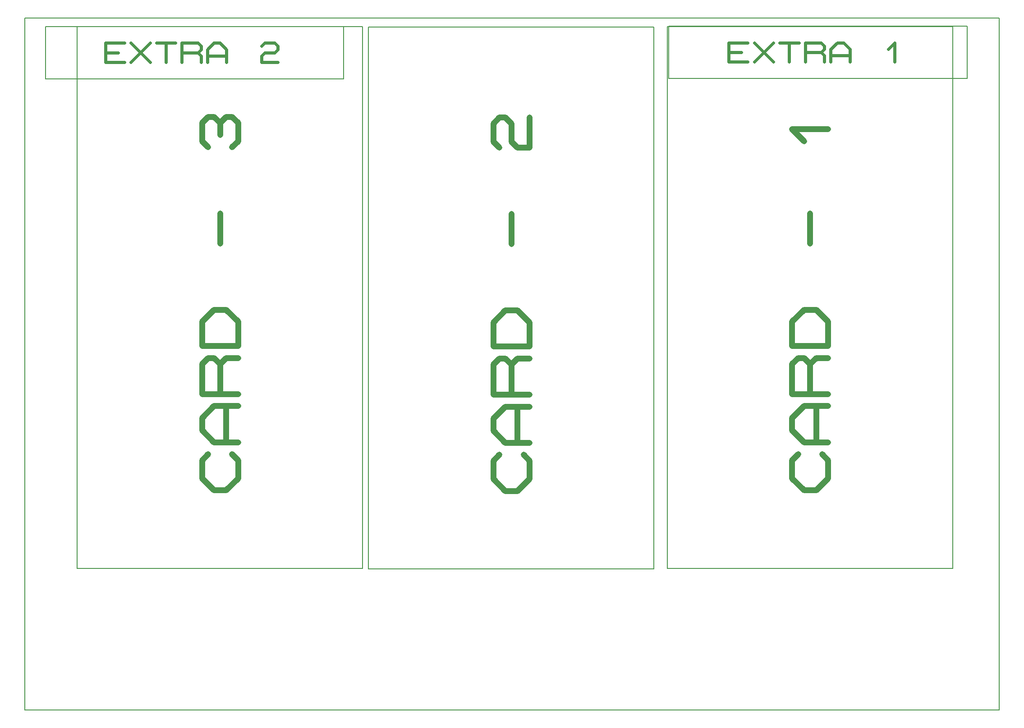
<source format=gbr>
G04 PROTEUS GERBER X2 FILE*
%TF.GenerationSoftware,Labcenter,Proteus,8.6-SP2-Build23525*%
%TF.CreationDate,2019-12-11T18:48:13+00:00*%
%TF.FileFunction,AssemblyDrawing,Top*%
%TF.FilePolarity,Positive*%
%TF.Part,Single*%
%FSLAX45Y45*%
%MOMM*%
G01*
%TA.AperFunction,Material*%
%ADD16C,0.203200*%
%ADD20C,1.131140*%
%TA.AperFunction,Profile*%
%ADD14C,0.203200*%
%TA.AperFunction,Material*%
%ADD18C,0.152400*%
%ADD21C,0.598930*%
%TD.AperFunction*%
D16*
X+2908081Y-3841201D02*
X+8266211Y-3841201D01*
X+8266211Y+6339119D01*
X+2908081Y+6339119D01*
X+2908081Y-3841201D01*
D20*
X+5813376Y-1692018D02*
X+5926490Y-1805133D01*
X+5926490Y-2144476D01*
X+5700261Y-2370705D01*
X+5474032Y-2370705D01*
X+5247803Y-2144476D01*
X+5247803Y-1805133D01*
X+5360917Y-1692018D01*
X+5926490Y-1465789D02*
X+5474032Y-1465789D01*
X+5247803Y-1239560D01*
X+5247803Y-1013331D01*
X+5474032Y-787102D01*
X+5926490Y-787102D01*
X+5700261Y-1465789D02*
X+5700261Y-787102D01*
X+5926490Y-560873D02*
X+5247803Y-560873D01*
X+5247803Y+4699D01*
X+5360917Y+117814D01*
X+5474032Y+117814D01*
X+5587146Y+4699D01*
X+5587146Y-560873D01*
X+5587146Y+4699D02*
X+5700261Y+117814D01*
X+5926490Y+117814D01*
X+5926490Y+344043D02*
X+5247803Y+344043D01*
X+5247803Y+796501D01*
X+5474032Y+1022730D01*
X+5700261Y+1022730D01*
X+5926490Y+796501D01*
X+5926490Y+344043D01*
X+5587146Y+2266989D02*
X+5587146Y+2832562D01*
X+5474032Y+4189936D02*
X+5247803Y+4416165D01*
X+5926490Y+4416165D01*
D16*
X-2701919Y-3851201D02*
X+2656211Y-3851201D01*
X+2656211Y+6329119D01*
X-2701919Y+6329119D01*
X-2701919Y-3851201D01*
D20*
X+203376Y-1702018D02*
X+316490Y-1815133D01*
X+316490Y-2154476D01*
X+90261Y-2380705D01*
X-135968Y-2380705D01*
X-362197Y-2154476D01*
X-362197Y-1815133D01*
X-249083Y-1702018D01*
X+316490Y-1475789D02*
X-135968Y-1475789D01*
X-362197Y-1249560D01*
X-362197Y-1023331D01*
X-135968Y-797102D01*
X+316490Y-797102D01*
X+90261Y-1475789D02*
X+90261Y-797102D01*
X+316490Y-570873D02*
X-362197Y-570873D01*
X-362197Y-5301D01*
X-249083Y+107814D01*
X-135968Y+107814D01*
X-22854Y-5301D01*
X-22854Y-570873D01*
X-22854Y-5301D02*
X+90261Y+107814D01*
X+316490Y+107814D01*
X+316490Y+334043D02*
X-362197Y+334043D01*
X-362197Y+786501D01*
X-135968Y+1012730D01*
X+90261Y+1012730D01*
X+316490Y+786501D01*
X+316490Y+334043D01*
X-22854Y+2256989D02*
X-22854Y+2822562D01*
X-249083Y+4066821D02*
X-362197Y+4179936D01*
X-362197Y+4519279D01*
X-249083Y+4632394D01*
X-135968Y+4632394D01*
X-22854Y+4519279D01*
X-22854Y+4179936D01*
X+90261Y+4066821D01*
X+316490Y+4066821D01*
X+316490Y+4632394D01*
D16*
X-8171919Y-3841201D02*
X-2813789Y-3841201D01*
X-2813789Y+6339119D01*
X-8171919Y+6339119D01*
X-8171919Y-3841201D01*
D20*
X-5266624Y-1692018D02*
X-5153510Y-1805133D01*
X-5153510Y-2144476D01*
X-5379739Y-2370705D01*
X-5605968Y-2370705D01*
X-5832197Y-2144476D01*
X-5832197Y-1805133D01*
X-5719083Y-1692018D01*
X-5153510Y-1465789D02*
X-5605968Y-1465789D01*
X-5832197Y-1239560D01*
X-5832197Y-1013331D01*
X-5605968Y-787102D01*
X-5153510Y-787102D01*
X-5379739Y-1465789D02*
X-5379739Y-787102D01*
X-5153510Y-560873D02*
X-5832197Y-560873D01*
X-5832197Y+4699D01*
X-5719083Y+117814D01*
X-5605968Y+117814D01*
X-5492854Y+4699D01*
X-5492854Y-560873D01*
X-5492854Y+4699D02*
X-5379739Y+117814D01*
X-5153510Y+117814D01*
X-5153510Y+344043D02*
X-5832197Y+344043D01*
X-5832197Y+796501D01*
X-5605968Y+1022730D01*
X-5379739Y+1022730D01*
X-5153510Y+796501D01*
X-5153510Y+344043D01*
X-5492854Y+2266989D02*
X-5492854Y+2832562D01*
X-5719083Y+4076821D02*
X-5832197Y+4189936D01*
X-5832197Y+4529279D01*
X-5719083Y+4642394D01*
X-5605968Y+4642394D01*
X-5492854Y+4529279D01*
X-5379739Y+4642394D01*
X-5266624Y+4642394D01*
X-5153510Y+4529279D01*
X-5153510Y+4189936D01*
X-5266624Y+4076821D01*
X-5492854Y+4303050D02*
X-5492854Y+4529279D01*
D14*
X-9154259Y-6501741D02*
X+9135741Y-6501741D01*
X+9135741Y+6498259D01*
X-9154259Y+6498259D01*
X-9154259Y-6501741D01*
D18*
X+2937920Y+6346320D02*
X+2937920Y+5363340D01*
X+8536080Y+5363340D01*
X+8536080Y+6346320D01*
X+2937920Y+6346320D01*
X+2937920Y+5363340D01*
X+8536080Y+5363340D01*
X+8536080Y+6346320D01*
X+2937920Y+6346320D01*
D21*
X+4419351Y+5675150D02*
X+4059993Y+5675150D01*
X+4059993Y+6034509D01*
X+4419351Y+6034509D01*
X+4059993Y+5854830D02*
X+4299565Y+5854830D01*
X+4539138Y+6034509D02*
X+4898496Y+5675150D01*
X+4539138Y+5675150D02*
X+4898496Y+6034509D01*
X+5018283Y+6034509D02*
X+5377641Y+6034509D01*
X+5197962Y+6034509D02*
X+5197962Y+5675150D01*
X+5497428Y+5675150D02*
X+5497428Y+6034509D01*
X+5796893Y+6034509D01*
X+5856786Y+5974616D01*
X+5856786Y+5914723D01*
X+5796893Y+5854830D01*
X+5497428Y+5854830D01*
X+5796893Y+5854830D02*
X+5856786Y+5794936D01*
X+5856786Y+5675150D01*
X+5976573Y+5675150D02*
X+5976573Y+5914723D01*
X+6096359Y+6034509D01*
X+6216145Y+6034509D01*
X+6335931Y+5914723D01*
X+6335931Y+5675150D01*
X+5976573Y+5794936D02*
X+6335931Y+5794936D01*
X+7054649Y+5914723D02*
X+7174435Y+6034509D01*
X+7174435Y+5675150D01*
D18*
X-8766080Y+6340320D02*
X-8766080Y+5357340D01*
X-3167920Y+5357340D01*
X-3167920Y+6340320D01*
X-8766080Y+6340320D01*
X-8766080Y+5357340D01*
X-3167920Y+5357340D01*
X-3167920Y+6340320D01*
X-8766080Y+6340320D01*
D21*
X-7284649Y+5669150D02*
X-7644007Y+5669150D01*
X-7644007Y+6028509D01*
X-7284649Y+6028509D01*
X-7644007Y+5848830D02*
X-7404435Y+5848830D01*
X-7164862Y+6028509D02*
X-6805504Y+5669150D01*
X-7164862Y+5669150D02*
X-6805504Y+6028509D01*
X-6685717Y+6028509D02*
X-6326359Y+6028509D01*
X-6506038Y+6028509D02*
X-6506038Y+5669150D01*
X-6206572Y+5669150D02*
X-6206572Y+6028509D01*
X-5907107Y+6028509D01*
X-5847214Y+5968616D01*
X-5847214Y+5908723D01*
X-5907107Y+5848830D01*
X-6206572Y+5848830D01*
X-5907107Y+5848830D02*
X-5847214Y+5788936D01*
X-5847214Y+5669150D01*
X-5727427Y+5669150D02*
X-5727427Y+5908723D01*
X-5607641Y+6028509D01*
X-5487855Y+6028509D01*
X-5368069Y+5908723D01*
X-5368069Y+5669150D01*
X-5727427Y+5788936D02*
X-5368069Y+5788936D01*
X-4709244Y+5968616D02*
X-4649351Y+6028509D01*
X-4469672Y+6028509D01*
X-4409779Y+5968616D01*
X-4409779Y+5908723D01*
X-4469672Y+5848830D01*
X-4649351Y+5848830D01*
X-4709244Y+5788936D01*
X-4709244Y+5669150D01*
X-4409779Y+5669150D01*
M02*

</source>
